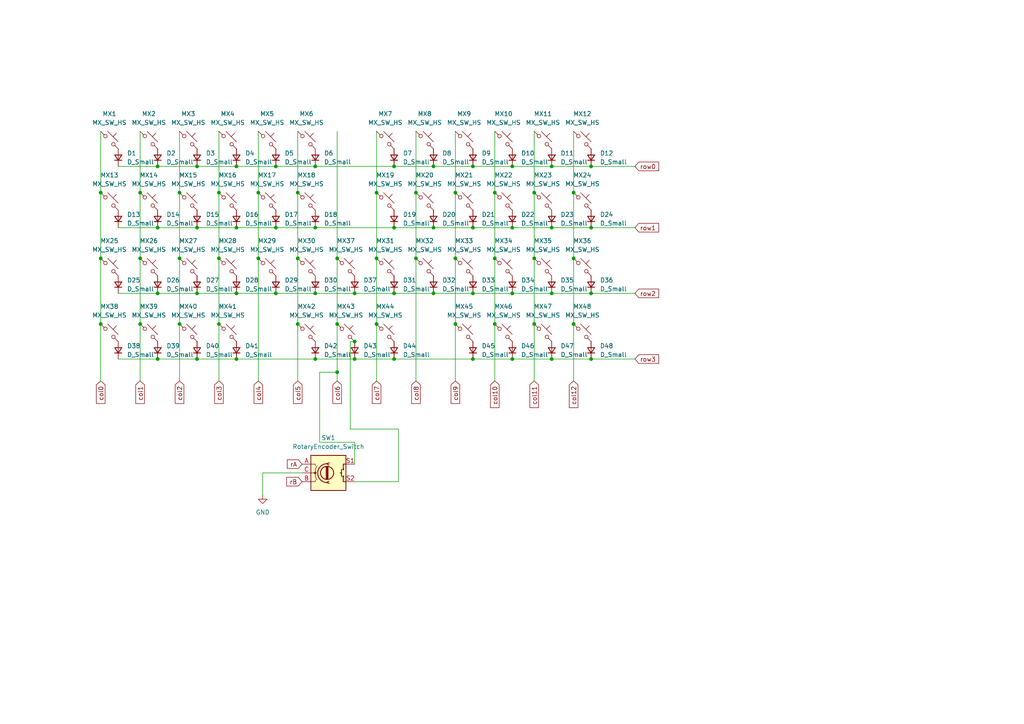
<source format=kicad_sch>
(kicad_sch (version 20231120) (generator "eeschema") (generator_version "8.0")
  (paper "A4")
  (lib_symbols
    (symbol "Device:D_Small" (pin_numbers hide) (pin_names (offset 0.254) hide)
      (property "Reference" "D" (at -1.27 2.032 0))
      (property "Value" "D_Small" (at -3.81 -2.032 0))
      (symbol "D_Small_0_1"
        (polyline (pts (xy -0.762 -1.016) (xy -0.762 1.016)) (stroke (width 0.254)))
        (polyline (pts (xy -0.762 0) (xy 0.762 0)))
        (polyline (pts (xy 0.762 -1.016) (xy -0.762 0) (xy 0.762 1.016) (xy 0.762 -1.016)) (stroke (width 0.254)))
      )
      (symbol "D_Small_1_1"
        (pin passive line (at -2.54 0 0) (length 1.778) (name "K") (number "1"))
        (pin passive line (at 2.54 0 180) (length 1.778) (name "A") (number "2"))
      )
    )
    (symbol "Device:RotaryEncoder_Switch" (pin_names (offset 0.254) hide)
      (property "Reference" "SW" (at 0 6.604 0))
      (property "Value" "RotaryEncoder_Switch" (at 0 -6.604 0))
      (symbol "RotaryEncoder_Switch_0_1"
        (rectangle (start -5.08 5.08) (end 5.08 -5.08) (stroke (width 0.254)) (fill (type background)))
        (circle (center -3.81 0) (radius 0.254) (fill (type outline)))
        (circle (center -0.381 0) (radius 1.905) (stroke (width 0.254)))
        (arc (start -0.381 2.667) (mid -3.0988 -0.0635) (end -0.381 -2.794) (stroke (width 0.254)))
        (polyline (pts (xy -0.635 -1.778) (xy -0.635 1.778)) (stroke (width 0.254)))
        (polyline (pts (xy -0.381 -1.778) (xy -0.381 1.778)) (stroke (width 0.254)))
        (polyline (pts (xy -0.127 1.778) (xy -0.127 -1.778)) (stroke (width 0.254)))
        (polyline (pts (xy 3.81 0) (xy 3.429 0)) (stroke (width 0.254)))
        (polyline (pts (xy 3.81 1.016) (xy 3.81 -1.016)) (stroke (width 0.254)))
        (polyline (pts (xy -5.08 -2.54) (xy -3.81 -2.54) (xy -3.81 -2.032)))
        (polyline (pts (xy -5.08 2.54) (xy -3.81 2.54) (xy -3.81 2.032)))
        (polyline (pts (xy 0.254 -3.048) (xy -0.508 -2.794) (xy 0.127 -2.413)) (stroke (width 0.254)))
        (polyline (pts (xy 0.254 2.921) (xy -0.508 2.667) (xy 0.127 2.286)) (stroke (width 0.254)))
        (polyline (pts (xy 5.08 -2.54) (xy 4.318 -2.54) (xy 4.318 -1.016)) (stroke (width 0.254)))
        (polyline (pts (xy 5.08 2.54) (xy 4.318 2.54) (xy 4.318 1.016)) (stroke (width 0.254)))
        (polyline (pts (xy -5.08 0) (xy -3.81 0) (xy -3.81 -1.016) (xy -3.302 -2.032)))
        (polyline (pts (xy -4.318 0) (xy -3.81 0) (xy -3.81 1.016) (xy -3.302 2.032)))
        (circle (center 4.318 -1.016) (radius 0.127) (stroke (width 0.254)))
        (circle (center 4.318 1.016) (radius 0.127) (stroke (width 0.254)))
      )
      (symbol "RotaryEncoder_Switch_1_1"
        (pin passive line (at -7.62 2.54 0) (length 2.54) (name "A") (number "A"))
        (pin passive line (at -7.62 -2.54 0) (length 2.54) (name "B") (number "B"))
        (pin passive line (at -7.62 0 0) (length 2.54) (name "C") (number "C"))
        (pin passive line (at 7.62 2.54 180) (length 2.54) (name "S1") (number "S1"))
        (pin passive line (at 7.62 -2.54 180) (length 2.54) (name "S2") (number "S2"))
      )
    )
    (symbol "marbastlib-mx:MX_SW_HS_KS-2P02B01-01" (pin_numbers hide) (pin_names (offset 1.016) hide)
      (property "Reference" "MX" (at 3.048 1.016 0))
      (property "Value" "MX_SW_HS" (at 0 -3.81 0))
      (symbol "MX_SW_HS_KS-2P02B01-01_0_1"
        (circle (center -1.1684 1.1684) (radius 0.508))
        (polyline (pts (xy -0.508 2.54) (xy 2.54 -0.508)))
        (polyline (pts (xy 1.016 1.016) (xy 2.032 2.032)))
        (polyline (pts (xy -2.54 2.54) (xy -1.524 1.524) (xy -1.524 1.524)))
        (polyline (pts (xy 1.524 -1.524) (xy 2.54 -2.54) (xy 2.54 -2.54) (xy 2.54 -2.54)))
        (circle (center 1.143 -1.1938) (radius 0.508))
        (pin passive line (at -2.54 2.54 0) (length 0) (name "1") (number "1"))
        (pin passive line (at 2.54 -2.54 180) (length 0) (name "2") (number "2"))
      )
    )
    (symbol "power:GND" (power) (pin_numbers hide) (pin_names (offset 0) hide)
      (property "Value" "GND" (at 0 -3.81 0))
      (symbol "GND_0_1"
        (polyline (pts (xy 0 0) (xy 0 -1.27) (xy 1.27 -1.27) (xy 0 -2.54) (xy -1.27 -1.27) (xy 0 -1.27)))
      )
      (symbol "GND_1_1"
        (pin power_in line (at 0 0 270) (length 0) (name "~") (number "1"))
      )
    )
  )
  (junction (at 40.64 74.93))
  (junction (at 143.51 55.88))
  (junction (at 63.5 74.93))
  (junction (at 125.73 66.04))
  (junction (at 86.36 93.98))
  (junction (at 29.21 55.88))
  (junction (at 52.07 74.93))
  (junction (at 91.44 66.04))
  (junction (at 143.51 74.93))
  (junction (at 120.65 74.93))
  (junction (at 137.16 104.14))
  (junction (at 40.64 55.88))
  (junction (at 132.08 55.88))
  (junction (at 57.15 104.14))
  (junction (at 86.36 74.93))
  (junction (at 160.02 48.26))
  (junction (at 97.79 107.95))
  (junction (at 154.94 93.98))
  (junction (at 109.22 74.93))
  (junction (at 91.44 48.26))
  (junction (at 91.44 85.09))
  (junction (at 171.45 66.04))
  (junction (at 74.93 55.88))
  (junction (at 63.5 93.98))
  (junction (at 45.72 66.04))
  (junction (at 68.58 66.04))
  (junction (at 57.15 48.26))
  (junction (at 166.37 93.98))
  (junction (at 52.07 93.98))
  (junction (at 45.72 48.26))
  (junction (at 80.01 85.09))
  (junction (at 132.08 93.98))
  (junction (at 120.65 55.88))
  (junction (at 63.5 55.88))
  (junction (at 68.58 104.14))
  (junction (at 114.3 85.09))
  (junction (at 114.3 104.14))
  (junction (at 148.59 48.26))
  (junction (at 171.45 85.09))
  (junction (at 45.72 85.09))
  (junction (at 102.87 85.09))
  (junction (at 160.02 85.09))
  (junction (at 171.45 104.14))
  (junction (at 143.51 93.98))
  (junction (at 29.21 93.98))
  (junction (at 80.01 66.04))
  (junction (at 68.58 85.09))
  (junction (at 109.22 55.88))
  (junction (at 166.37 55.88))
  (junction (at 137.16 66.04))
  (junction (at 148.59 66.04))
  (junction (at 68.58 48.26))
  (junction (at 154.94 74.93))
  (junction (at 148.59 85.09))
  (junction (at 29.21 74.93))
  (junction (at 91.44 104.14))
  (junction (at 97.79 93.98))
  (junction (at 125.73 48.26))
  (junction (at 125.73 85.09))
  (junction (at 52.07 55.88))
  (junction (at 166.37 74.93))
  (junction (at 80.01 48.26))
  (junction (at 40.64 93.98))
  (junction (at 74.93 74.93))
  (junction (at 86.36 55.88))
  (junction (at 114.3 48.26))
  (junction (at 132.08 74.93))
  (junction (at 109.22 93.98))
  (junction (at 160.02 66.04))
  (junction (at 57.15 66.04))
  (junction (at 45.72 104.14))
  (junction (at 57.15 85.09))
  (junction (at 171.45 48.26))
  (junction (at 148.59 104.14))
  (junction (at 160.02 104.14))
  (junction (at 102.87 104.14))
  (junction (at 102.87 99.06))
  (junction (at 97.79 74.93))
  (junction (at 114.3 66.04))
  (junction (at 137.16 48.26))
  (junction (at 137.16 85.09))
  (junction (at 154.94 55.88))
  (wire (pts (xy 34.29 66.04) (xy 45.72 66.04)))
  (wire (pts (xy 109.22 74.93) (xy 109.22 93.98)))
  (wire (pts (xy 29.21 93.98) (xy 29.21 110.49)))
  (wire (pts (xy 40.64 93.98) (xy 40.64 110.49)))
  (wire (pts (xy 52.07 74.93) (xy 52.07 93.98)))
  (wire (pts (xy 74.93 55.88) (xy 74.93 74.93)))
  (wire (pts (xy 91.44 48.26) (xy 114.3 48.26)))
  (wire (pts (xy 63.5 93.98) (xy 63.5 110.49)))
  (wire (pts (xy 114.3 66.04) (xy 125.73 66.04)))
  (wire (pts (xy 120.65 55.88) (xy 120.65 74.93)))
  (wire (pts (xy 34.29 104.14) (xy 45.72 104.14)))
  (wire (pts (xy 120.65 38.1) (xy 120.65 55.88)))
  (wire (pts (xy 137.16 104.14) (xy 148.59 104.14)))
  (wire (pts (xy 114.3 48.26) (xy 125.73 48.26)))
  (wire (pts (xy 74.93 74.93) (xy 74.93 110.49)))
  (wire (pts (xy 74.93 38.1) (xy 74.93 55.88)))
  (wire (pts (xy 101.6 99.06) (xy 102.87 99.06)))
  (wire (pts (xy 132.08 74.93) (xy 132.08 93.98)))
  (wire (pts (xy 34.29 48.26) (xy 45.72 48.26)))
  (wire (pts (xy 154.94 74.93) (xy 154.94 93.98)))
  (wire (pts (xy 86.36 38.1) (xy 86.36 55.88)))
  (wire (pts (xy 166.37 93.98) (xy 166.37 110.49)))
  (wire (pts (xy 171.45 85.09) (xy 184.15 85.09)))
  (wire (pts (xy 160.02 85.09) (xy 171.45 85.09)))
  (wire (pts (xy 76.2 137.16) (xy 76.2 143.51)))
  (wire (pts (xy 45.72 66.04) (xy 57.15 66.04)))
  (wire (pts (xy 34.29 85.09) (xy 45.72 85.09)))
  (wire (pts (xy 97.79 38.1) (xy 97.79 74.93)))
  (wire (pts (xy 80.01 85.09) (xy 91.44 85.09)))
  (wire (pts (xy 120.65 74.93) (xy 120.65 110.49)))
  (wire (pts (xy 97.79 74.93) (xy 97.79 93.98)))
  (wire (pts (xy 143.51 38.1) (xy 143.51 55.88)))
  (wire (pts (xy 97.79 93.98) (xy 97.79 107.95)))
  (wire (pts (xy 160.02 104.14) (xy 171.45 104.14)))
  (wire (pts (xy 68.58 66.04) (xy 80.01 66.04)))
  (wire (pts (xy 171.45 66.04) (xy 184.15 66.04)))
  (wire (pts (xy 63.5 38.1) (xy 63.5 55.88)))
  (wire (pts (xy 57.15 104.14) (xy 68.58 104.14)))
  (wire (pts (xy 166.37 55.88) (xy 166.37 74.93)))
  (wire (pts (xy 92.71 128.27) (xy 92.71 107.95)))
  (wire (pts (xy 57.15 66.04) (xy 68.58 66.04)))
  (wire (pts (xy 86.36 74.93) (xy 86.36 93.98)))
  (wire (pts (xy 160.02 48.26) (xy 171.45 48.26)))
  (wire (pts (xy 29.21 74.93) (xy 29.21 93.98)))
  (wire (pts (xy 102.87 104.14) (xy 114.3 104.14)))
  (wire (pts (xy 68.58 85.09) (xy 80.01 85.09)))
  (wire (pts (xy 102.87 128.27) (xy 92.71 128.27)))
  (wire (pts (xy 154.94 55.88) (xy 154.94 74.93)))
  (wire (pts (xy 80.01 48.26) (xy 91.44 48.26)))
  (wire (pts (xy 80.01 66.04) (xy 91.44 66.04)))
  (wire (pts (xy 171.45 104.14) (xy 184.15 104.14)))
  (wire (pts (xy 101.6 99.06) (xy 101.6 124.46)))
  (wire (pts (xy 148.59 48.26) (xy 160.02 48.26)))
  (wire (pts (xy 57.15 85.09) (xy 68.58 85.09)))
  (wire (pts (xy 86.36 55.88) (xy 86.36 74.93)))
  (wire (pts (xy 115.57 124.46) (xy 115.57 139.7)))
  (wire (pts (xy 143.51 55.88) (xy 143.51 74.93)))
  (wire (pts (xy 45.72 104.14) (xy 57.15 104.14)))
  (wire (pts (xy 109.22 38.1) (xy 109.22 55.88)))
  (wire (pts (xy 132.08 38.1) (xy 132.08 55.88)))
  (wire (pts (xy 148.59 104.14) (xy 160.02 104.14)))
  (wire (pts (xy 101.6 124.46) (xy 115.57 124.46)))
  (wire (pts (xy 29.21 55.88) (xy 29.21 74.93)))
  (wire (pts (xy 125.73 85.09) (xy 137.16 85.09)))
  (wire (pts (xy 148.59 85.09) (xy 160.02 85.09)))
  (wire (pts (xy 52.07 93.98) (xy 52.07 110.49)))
  (wire (pts (xy 57.15 48.26) (xy 68.58 48.26)))
  (wire (pts (xy 40.64 74.93) (xy 40.64 93.98)))
  (wire (pts (xy 45.72 85.09) (xy 57.15 85.09)))
  (wire (pts (xy 45.72 48.26) (xy 57.15 48.26)))
  (wire (pts (xy 40.64 38.1) (xy 40.64 55.88)))
  (wire (pts (xy 132.08 55.88) (xy 132.08 74.93)))
  (wire (pts (xy 143.51 93.98) (xy 143.51 110.49)))
  (wire (pts (xy 91.44 104.14) (xy 102.87 104.14)))
  (wire (pts (xy 160.02 66.04) (xy 171.45 66.04)))
  (wire (pts (xy 68.58 48.26) (xy 80.01 48.26)))
  (wire (pts (xy 109.22 93.98) (xy 109.22 110.49)))
  (wire (pts (xy 148.59 66.04) (xy 160.02 66.04)))
  (wire (pts (xy 52.07 38.1) (xy 52.07 55.88)))
  (wire (pts (xy 125.73 48.26) (xy 137.16 48.26)))
  (wire (pts (xy 115.57 139.7) (xy 102.87 139.7)))
  (wire (pts (xy 91.44 85.09) (xy 102.87 85.09)))
  (wire (pts (xy 137.16 85.09) (xy 148.59 85.09)))
  (wire (pts (xy 132.08 93.98) (xy 132.08 110.49)))
  (wire (pts (xy 137.16 66.04) (xy 148.59 66.04)))
  (wire (pts (xy 154.94 93.98) (xy 154.94 110.49)))
  (wire (pts (xy 137.16 48.26) (xy 148.59 48.26)))
  (wire (pts (xy 143.51 74.93) (xy 143.51 93.98)))
  (wire (pts (xy 29.21 38.1) (xy 29.21 55.88)))
  (wire (pts (xy 154.94 38.1) (xy 154.94 55.88)))
  (wire (pts (xy 52.07 55.88) (xy 52.07 74.93)))
  (wire (pts (xy 171.45 48.26) (xy 184.15 48.26)))
  (wire (pts (xy 166.37 74.93) (xy 166.37 93.98)))
  (wire (pts (xy 102.87 85.09) (xy 114.3 85.09)))
  (wire (pts (xy 68.58 104.14) (xy 91.44 104.14)))
  (wire (pts (xy 86.36 93.98) (xy 86.36 110.49)))
  (wire (pts (xy 40.64 55.88) (xy 40.64 74.93)))
  (wire (pts (xy 114.3 85.09) (xy 125.73 85.09)))
  (wire (pts (xy 87.63 137.16) (xy 76.2 137.16)))
  (wire (pts (xy 109.22 55.88) (xy 109.22 74.93)))
  (wire (pts (xy 102.87 134.62) (xy 102.87 128.27)))
  (wire (pts (xy 114.3 104.14) (xy 137.16 104.14)))
  (wire (pts (xy 166.37 38.1) (xy 166.37 55.88)))
  (wire (pts (xy 97.79 107.95) (xy 97.79 110.49)))
  (wire (pts (xy 125.73 66.04) (xy 137.16 66.04)))
  (wire (pts (xy 91.44 66.04) (xy 114.3 66.04)))
  (wire (pts (xy 63.5 74.93) (xy 63.5 93.98)))
  (wire (pts (xy 63.5 55.88) (xy 63.5 74.93)))
  (wire (pts (xy 92.71 107.95) (xy 97.79 107.95)))
  (global_label "col0" (shape input) (at 29.21 110.49 270) (property "Intersheetrefs" "${INTERSHEET_REFS}" (effects (hide yes))))
  (global_label "row1" (shape input) (at 184.15 66.04 0) (property "Intersheetrefs" "${INTERSHEET_REFS}" (effects (hide yes))))
  (global_label "rA" (shape input) (at 87.63 134.62 180) (property "Intersheetrefs" "${INTERSHEET_REFS}" (effects (hide yes))))
  (global_label "col8" (shape input) (at 120.65 110.49 270) (property "Intersheetrefs" "${INTERSHEET_REFS}" (effects (hide yes))))
  (global_label "col5" (shape input) (at 86.36 110.49 270) (property "Intersheetrefs" "${INTERSHEET_REFS}" (effects (hide yes))))
  (global_label "col1" (shape input) (at 40.64 110.49 270) (property "Intersheetrefs" "${INTERSHEET_REFS}" (effects (hide yes))))
  (global_label "col7" (shape input) (at 109.22 110.49 270) (property "Intersheetrefs" "${INTERSHEET_REFS}" (effects (hide yes))))
  (global_label "col4" (shape input) (at 74.93 110.49 270) (property "Intersheetrefs" "${INTERSHEET_REFS}" (effects (hide yes))))
  (global_label "col11" (shape input) (at 154.94 110.49 270) (property "Intersheetrefs" "${INTERSHEET_REFS}" (effects (hide yes))))
  (global_label "row2" (shape input) (at 184.15 85.09 0) (property "Intersheetrefs" "${INTERSHEET_REFS}" (effects (hide yes))))
  (global_label "col3" (shape input) (at 63.5 110.49 270) (property "Intersheetrefs" "${INTERSHEET_REFS}" (effects (hide yes))))
  (global_label "row3" (shape input) (at 184.15 104.14 0) (property "Intersheetrefs" "${INTERSHEET_REFS}" (effects (hide yes))))
  (global_label "rB" (shape input) (at 87.63 139.7 180) (property "Intersheetrefs" "${INTERSHEET_REFS}" (effects (hide yes))))
  (global_label "col2" (shape input) (at 52.07 110.49 270) (property "Intersheetrefs" "${INTERSHEET_REFS}" (effects (hide yes))))
  (global_label "col10" (shape input) (at 143.51 110.49 270) (property "Intersheetrefs" "${INTERSHEET_REFS}" (effects (hide yes))))
  (global_label "col12" (shape input) (at 166.37 110.49 270) (property "Intersheetrefs" "${INTERSHEET_REFS}" (effects (hide yes))))
  (global_label "col6" (shape input) (at 97.79 110.49 270) (property "Intersheetrefs" "${INTERSHEET_REFS}" (effects (hide yes))))
  (global_label "row0" (shape input) (at 184.15 48.26 0) (property "Intersheetrefs" "${INTERSHEET_REFS}" (effects (hide yes))))
  (global_label "col9" (shape input) (at 132.08 110.49 270) (property "Intersheetrefs" "${INTERSHEET_REFS}" (effects (hide yes))))
  (symbol (lib_id "marbastlib-mx:MX_SW_HS_KS-2P02B01-01") (at 43.18 40.64 0) (unit 1)
    (property "Reference" "MX2" (at 43.18 33.02 0))
    (property "Value" "MX_SW_HS" (at 43.18 35.56 0))
    (property "Footprint" "marbastlib-mx:SW_MX_HS_CPG151101S11_1u" (effects (hide yes)))
    (property "Description" "Push button switch, normally open, two pins, 45° tilted, Gateron KS-2P02B01-01 for Cherry MX style switches" (effects (hide yes)))
  )
  (symbol (lib_id "marbastlib-mx:MX_SW_HS_KS-2P02B01-01") (at 77.47 77.47 0) (unit 1)
    (property "Reference" "MX29" (at 77.47 69.85 0))
    (property "Value" "MX_SW_HS" (at 77.47 72.39 0))
    (property "Footprint" "marbastlib-mx:SW_MX_HS_CPG151101S11_1u" (effects (hide yes)))
    (property "Description" "Push button switch, normally open, two pins, 45° tilted, Gateron KS-2P02B01-01 for Cherry MX style switches" (effects (hide yes)))
  )
  (symbol (lib_id "marbastlib-mx:MX_SW_HS_KS-2P02B01-01") (at 54.61 40.64 0) (unit 1)
    (property "Reference" "MX3" (at 54.61 33.02 0))
    (property "Value" "MX_SW_HS" (at 54.61 35.56 0))
    (property "Footprint" "marbastlib-mx:SW_MX_HS_CPG151101S11_1u" (effects (hide yes)))
    (property "Description" "Push button switch, normally open, two pins, 45° tilted, Gateron KS-2P02B01-01 for Cherry MX style switches" (effects (hide yes)))
  )
  (symbol (lib_id "Device:D_Small") (at 57.15 82.55 90) (unit 1)
    (property "Reference" "D27" (at 59.69 81.2799 90) (effects (justify right)))
    (property "Value" "D_Small" (at 59.69 83.8199 90) (effects (justify right)))
    (property "Footprint" "Diode_SMD:D_SOD-323" (effects (hide yes)))
    (property "Description" "Diode, small symbol" (effects (hide yes)))
    (property "Sim.Device" "D" (effects (hide yes)))
    (property "Sim.Pins" "1=K 2=A" (effects (hide yes)))
  )
  (symbol (lib_id "marbastlib-mx:MX_SW_HS_KS-2P02B01-01") (at 146.05 40.64 0) (unit 1)
    (property "Reference" "MX10" (at 146.05 33.02 0))
    (property "Value" "MX_SW_HS" (at 146.05 35.56 0))
    (property "Footprint" "marbastlib-mx:SW_MX_HS_CPG151101S11_1u" (effects (hide yes)))
    (property "Description" "Push button switch, normally open, two pins, 45° tilted, Gateron KS-2P02B01-01 for Cherry MX style switches" (effects (hide yes)))
  )
  (symbol (lib_id "Device:D_Small") (at 80.01 63.5 90) (unit 1)
    (property "Reference" "D17" (at 82.55 62.2299 90) (effects (justify right)))
    (property "Value" "D_Small" (at 82.55 64.7699 90) (effects (justify right)))
    (property "Footprint" "Diode_SMD:D_SOD-323" (effects (hide yes)))
    (property "Description" "Diode, small symbol" (effects (hide yes)))
    (property "Sim.Device" "D" (effects (hide yes)))
    (property "Sim.Pins" "1=K 2=A" (effects (hide yes)))
  )
  (symbol (lib_id "Device:D_Small") (at 45.72 63.5 90) (unit 1)
    (property "Reference" "D14" (at 48.26 62.2299 90) (effects (justify right)))
    (property "Value" "D_Small" (at 48.26 64.7699 90) (effects (justify right)))
    (property "Footprint" "Diode_SMD:D_SOD-323" (effects (hide yes)))
    (property "Description" "Diode, small symbol" (effects (hide yes)))
    (property "Sim.Device" "D" (effects (hide yes)))
    (property "Sim.Pins" "1=K 2=A" (effects (hide yes)))
  )
  (symbol (lib_id "marbastlib-mx:MX_SW_HS_KS-2P02B01-01") (at 123.19 58.42 0) (unit 1)
    (property "Reference" "MX20" (at 123.19 50.8 0))
    (property "Value" "MX_SW_HS" (at 123.19 53.34 0))
    (property "Footprint" "marbastlib-mx:SW_MX_HS_CPG151101S11_1u" (effects (hide yes)))
    (property "Description" "Push button switch, normally open, two pins, 45° tilted, Gateron KS-2P02B01-01 for Cherry MX style switches" (effects (hide yes)))
  )
  (symbol (lib_id "marbastlib-mx:MX_SW_HS_KS-2P02B01-01") (at 111.76 77.47 0) (unit 1)
    (property "Reference" "MX31" (at 111.76 69.85 0))
    (property "Value" "MX_SW_HS" (at 111.76 72.39 0))
    (property "Footprint" "marbastlib-mx:SW_MX_HS_CPG151101S11_1u" (effects (hide yes)))
    (property "Description" "Push button switch, normally open, two pins, 45° tilted, Gateron KS-2P02B01-01 for Cherry MX style switches" (effects (hide yes)))
  )
  (symbol (lib_id "marbastlib-mx:MX_SW_HS_KS-2P02B01-01") (at 77.47 40.64 0) (unit 1)
    (property "Reference" "MX5" (at 77.47 33.02 0))
    (property "Value" "MX_SW_HS" (at 77.47 35.56 0))
    (property "Footprint" "marbastlib-mx:SW_MX_HS_CPG151101S11_1u" (effects (hide yes)))
    (property "Description" "Push button switch, normally open, two pins, 45° tilted, Gateron KS-2P02B01-01 for Cherry MX style switches" (effects (hide yes)))
  )
  (symbol (lib_id "Device:D_Small") (at 91.44 101.6 90) (unit 1)
    (property "Reference" "D42" (at 93.98 100.3299 90) (effects (justify right)))
    (property "Value" "D_Small" (at 93.98 102.8699 90) (effects (justify right)))
    (property "Footprint" "Diode_SMD:D_SOD-323" (effects (hide yes)))
    (property "Description" "Diode, small symbol" (effects (hide yes)))
    (property "Sim.Device" "D" (effects (hide yes)))
    (property "Sim.Pins" "1=K 2=A" (effects (hide yes)))
  )
  (symbol (lib_id "Device:D_Small") (at 171.45 45.72 90) (unit 1)
    (property "Reference" "D12" (at 173.99 44.4499 90) (effects (justify right)))
    (property "Value" "D_Small" (at 173.99 46.9899 90) (effects (justify right)))
    (property "Footprint" "Diode_SMD:D_SOD-323" (effects (hide yes)))
    (property "Description" "Diode, small symbol" (effects (hide yes)))
    (property "Sim.Device" "D" (effects (hide yes)))
    (property "Sim.Pins" "1=K 2=A" (effects (hide yes)))
  )
  (symbol (lib_id "marbastlib-mx:MX_SW_HS_KS-2P02B01-01") (at 66.04 96.52 0) (unit 1)
    (property "Reference" "MX41" (at 66.04 88.9 0))
    (property "Value" "MX_SW_HS" (at 66.04 91.44 0))
    (property "Footprint" "marbastlib-mx:SW_MX_HS_CPG151101S11_1u" (effects (hide yes)))
    (property "Description" "Push button switch, normally open, two pins, 45° tilted, Gateron KS-2P02B01-01 for Cherry MX style switches" (effects (hide yes)))
  )
  (symbol (lib_id "marbastlib-mx:MX_SW_HS_KS-2P02B01-01") (at 100.33 77.47 0) (unit 1)
    (property "Reference" "MX37" (at 100.33 69.85 0))
    (property "Value" "MX_SW_HS" (at 100.33 72.39 0))
    (property "Footprint" "marbastlib-mx:SW_MX_HS_CPG151101S11_1u" (effects (hide yes)))
    (property "Description" "Push button switch, normally open, two pins, 45° tilted, Gateron KS-2P02B01-01 for Cherry MX style switches" (effects (hide yes)))
  )
  (symbol (lib_id "marbastlib-mx:MX_SW_HS_KS-2P02B01-01") (at 123.19 77.47 0) (unit 1)
    (property "Reference" "MX32" (at 123.19 69.85 0))
    (property "Value" "MX_SW_HS" (at 123.19 72.39 0))
    (property "Footprint" "marbastlib-mx:SW_MX_HS_CPG151101S11_1u" (effects (hide yes)))
    (property "Description" "Push button switch, normally open, two pins, 45° tilted, Gateron KS-2P02B01-01 for Cherry MX style switches" (effects (hide yes)))
  )
  (symbol (lib_id "marbastlib-mx:MX_SW_HS_KS-2P02B01-01") (at 66.04 40.64 0) (unit 1)
    (property "Reference" "MX4" (at 66.04 33.02 0))
    (property "Value" "MX_SW_HS" (at 66.04 35.56 0))
    (property "Footprint" "marbastlib-mx:SW_MX_HS_CPG151101S11_1u" (effects (hide yes)))
    (property "Description" "Push button switch, normally open, two pins, 45° tilted, Gateron KS-2P02B01-01 for Cherry MX style switches" (effects (hide yes)))
  )
  (symbol (lib_id "marbastlib-mx:MX_SW_HS_KS-2P02B01-01") (at 134.62 58.42 0) (unit 1)
    (property "Reference" "MX21" (at 134.62 50.8 0))
    (property "Value" "MX_SW_HS" (at 134.62 53.34 0))
    (property "Footprint" "marbastlib-mx:SW_MX_HS_CPG151101S11_1u" (effects (hide yes)))
    (property "Description" "Push button switch, normally open, two pins, 45° tilted, Gateron KS-2P02B01-01 for Cherry MX style switches" (effects (hide yes)))
  )
  (symbol (lib_id "Device:D_Small") (at 45.72 45.72 90) (unit 1)
    (property "Reference" "D2" (at 48.26 44.4499 90) (effects (justify right)))
    (property "Value" "D_Small" (at 48.26 46.9899 90) (effects (justify right)))
    (property "Footprint" "Diode_SMD:D_SOD-323" (effects (hide yes)))
    (property "Description" "Diode, small symbol" (effects (hide yes)))
    (property "Sim.Device" "D" (effects (hide yes)))
    (property "Sim.Pins" "1=K 2=A" (effects (hide yes)))
  )
  (symbol (lib_id "Device:D_Small") (at 57.15 101.6 90) (unit 1)
    (property "Reference" "D40" (at 59.69 100.3299 90) (effects (justify right)))
    (property "Value" "D_Small" (at 59.69 102.8699 90) (effects (justify right)))
    (property "Footprint" "Diode_SMD:D_SOD-323" (effects (hide yes)))
    (property "Description" "Diode, small symbol" (effects (hide yes)))
    (property "Sim.Device" "D" (effects (hide yes)))
    (property "Sim.Pins" "1=K 2=A" (effects (hide yes)))
  )
  (symbol (lib_id "Device:D_Small") (at 137.16 82.55 90) (unit 1)
    (property "Reference" "D33" (at 139.7 81.2799 90) (effects (justify right)))
    (property "Value" "D_Small" (at 139.7 83.8199 90) (effects (justify right)))
    (property "Footprint" "Diode_SMD:D_SOD-323" (effects (hide yes)))
    (property "Description" "Diode, small symbol" (effects (hide yes)))
    (property "Sim.Device" "D" (effects (hide yes)))
    (property "Sim.Pins" "1=K 2=A" (effects (hide yes)))
  )
  (symbol (lib_id "Device:D_Small") (at 34.29 82.55 90) (unit 1)
    (property "Reference" "D25" (at 36.83 81.2799 90) (effects (justify right)))
    (property "Value" "D_Small" (at 36.83 83.8199 90) (effects (justify right)))
    (property "Footprint" "Diode_SMD:D_SOD-323" (effects (hide yes)))
    (property "Description" "Diode, small symbol" (effects (hide yes)))
    (property "Sim.Device" "D" (effects (hide yes)))
    (property "Sim.Pins" "1=K 2=A" (effects (hide yes)))
  )
  (symbol (lib_id "Device:D_Small") (at 80.01 82.55 90) (unit 1)
    (property "Reference" "D29" (at 82.55 81.2799 90) (effects (justify right)))
    (property "Value" "D_Small" (at 82.55 83.8199 90) (effects (justify right)))
    (property "Footprint" "Diode_SMD:D_SOD-323" (effects (hide yes)))
    (property "Description" "Diode, small symbol" (effects (hide yes)))
    (property "Sim.Device" "D" (effects (hide yes)))
    (property "Sim.Pins" "1=K 2=A" (effects (hide yes)))
  )
  (symbol (lib_id "Device:D_Small") (at 148.59 63.5 90) (unit 1)
    (property "Reference" "D22" (at 151.13 62.2299 90) (effects (justify right)))
    (property "Value" "D_Small" (at 151.13 64.7699 90) (effects (justify right)))
    (property "Footprint" "Diode_SMD:D_SOD-323" (effects (hide yes)))
    (property "Description" "Diode, small symbol" (effects (hide yes)))
    (property "Sim.Device" "D" (effects (hide yes)))
    (property "Sim.Pins" "1=K 2=A" (effects (hide yes)))
  )
  (symbol (lib_id "marbastlib-mx:MX_SW_HS_KS-2P02B01-01") (at 168.91 77.47 0) (unit 1)
    (property "Reference" "MX36" (at 168.91 69.85 0))
    (property "Value" "MX_SW_HS" (at 168.91 72.39 0))
    (property "Footprint" "marbastlib-mx:SW_MX_HS_CPG151101S11_1u" (effects (hide yes)))
    (property "Description" "Push button switch, normally open, two pins, 45° tilted, Gateron KS-2P02B01-01 for Cherry MX style switches" (effects (hide yes)))
  )
  (symbol (lib_id "marbastlib-mx:MX_SW_HS_KS-2P02B01-01") (at 134.62 40.64 0) (unit 1)
    (property "Reference" "MX9" (at 134.62 33.02 0))
    (property "Value" "MX_SW_HS" (at 134.62 35.56 0))
    (property "Footprint" "marbastlib-mx:SW_MX_HS_CPG151101S11_1u" (effects (hide yes)))
    (property "Description" "Push button switch, normally open, two pins, 45° tilted, Gateron KS-2P02B01-01 for Cherry MX style switches" (effects (hide yes)))
  )
  (symbol (lib_id "Device:D_Small") (at 57.15 63.5 90) (unit 1)
    (property "Reference" "D15" (at 59.69 62.2299 90) (effects (justify right)))
    (property "Value" "D_Small" (at 59.69 64.7699 90) (effects (justify right)))
    (property "Footprint" "Diode_SMD:D_SOD-323" (effects (hide yes)))
    (property "Description" "Diode, small symbol" (effects (hide yes)))
    (property "Sim.Device" "D" (effects (hide yes)))
    (property "Sim.Pins" "1=K 2=A" (effects (hide yes)))
  )
  (symbol (lib_id "marbastlib-mx:MX_SW_HS_KS-2P02B01-01") (at 168.91 96.52 0) (unit 1)
    (property "Reference" "MX48" (at 168.91 88.9 0))
    (property "Value" "MX_SW_HS" (at 168.91 91.44 0))
    (property "Footprint" "marbastlib-mx:SW_MX_HS_CPG151101S11_1u" (effects (hide yes)))
    (property "Description" "Push button switch, normally open, two pins, 45° tilted, Gateron KS-2P02B01-01 for Cherry MX style switches" (effects (hide yes)))
  )
  (symbol (lib_id "marbastlib-mx:MX_SW_HS_KS-2P02B01-01") (at 54.61 96.52 0) (unit 1)
    (property "Reference" "MX40" (at 54.61 88.9 0))
    (property "Value" "MX_SW_HS" (at 54.61 91.44 0))
    (property "Footprint" "marbastlib-mx:SW_MX_HS_CPG151101S11_1u" (effects (hide yes)))
    (property "Description" "Push button switch, normally open, two pins, 45° tilted, Gateron KS-2P02B01-01 for Cherry MX style switches" (effects (hide yes)))
  )
  (symbol (lib_id "marbastlib-mx:MX_SW_HS_KS-2P02B01-01") (at 31.75 77.47 0) (unit 1)
    (property "Reference" "MX25" (at 31.75 69.85 0))
    (property "Value" "MX_SW_HS" (at 31.75 72.39 0))
    (property "Footprint" "marbastlib-mx:SW_MX_HS_CPG151101S11_1u" (effects (hide yes)))
    (property "Description" "Push button switch, normally open, two pins, 45° tilted, Gateron KS-2P02B01-01 for Cherry MX style switches" (effects (hide yes)))
  )
  (symbol (lib_id "marbastlib-mx:MX_SW_HS_KS-2P02B01-01") (at 123.19 40.64 0) (unit 1)
    (property "Reference" "MX8" (at 123.19 33.02 0))
    (property "Value" "MX_SW_HS" (at 123.19 35.56 0))
    (property "Footprint" "marbastlib-mx:SW_MX_HS_CPG151101S11_1u" (effects (hide yes)))
    (property "Description" "Push button switch, normally open, two pins, 45° tilted, Gateron KS-2P02B01-01 for Cherry MX style switches" (effects (hide yes)))
  )
  (symbol (lib_id "Device:D_Small") (at 91.44 82.55 90) (unit 1)
    (property "Reference" "D30" (at 93.98 81.2799 90) (effects (justify right)))
    (property "Value" "D_Small" (at 93.98 83.8199 90) (effects (justify right)))
    (property "Footprint" "Diode_SMD:D_SOD-323" (effects (hide yes)))
    (property "Description" "Diode, small symbol" (effects (hide yes)))
    (property "Sim.Device" "D" (effects (hide yes)))
    (property "Sim.Pins" "1=K 2=A" (effects (hide yes)))
  )
  (symbol (lib_id "Device:D_Small") (at 57.15 45.72 90) (unit 1)
    (property "Reference" "D3" (at 59.69 44.4499 90) (effects (justify right)))
    (property "Value" "D_Small" (at 59.69 46.9899 90) (effects (justify right)))
    (property "Footprint" "Diode_SMD:D_SOD-323" (effects (hide yes)))
    (property "Description" "Diode, small symbol" (effects (hide yes)))
    (property "Sim.Device" "D" (effects (hide yes)))
    (property "Sim.Pins" "1=K 2=A" (effects (hide yes)))
  )
  (symbol (lib_id "marbastlib-mx:MX_SW_HS_KS-2P02B01-01") (at 88.9 40.64 0) (unit 1)
    (property "Reference" "MX6" (at 88.9 33.02 0))
    (property "Value" "MX_SW_HS" (at 88.9 35.56 0))
    (property "Footprint" "marbastlib-mx:SW_MX_HS_CPG151101S11_1u" (effects (hide yes)))
    (property "Description" "Push button switch, normally open, two pins, 45° tilted, Gateron KS-2P02B01-01 for Cherry MX style switches" (effects (hide yes)))
  )
  (symbol (lib_id "Device:D_Small") (at 68.58 63.5 90) (unit 1)
    (property "Reference" "D16" (at 71.12 62.2299 90) (effects (justify right)))
    (property "Value" "D_Small" (at 71.12 64.7699 90) (effects (justify right)))
    (property "Footprint" "Diode_SMD:D_SOD-323" (effects (hide yes)))
    (property "Description" "Diode, small symbol" (effects (hide yes)))
    (property "Sim.Device" "D" (effects (hide yes)))
    (property "Sim.Pins" "1=K 2=A" (effects (hide yes)))
  )
  (symbol (lib_id "Device:D_Small") (at 80.01 45.72 90) (unit 1)
    (property "Reference" "D5" (at 82.55 44.4499 90) (effects (justify right)))
    (property "Value" "D_Small" (at 82.55 46.9899 90) (effects (justify right)))
    (property "Footprint" "Diode_SMD:D_SOD-323" (effects (hide yes)))
    (property "Description" "Diode, small symbol" (effects (hide yes)))
    (property "Sim.Device" "D" (effects (hide yes)))
    (property "Sim.Pins" "1=K 2=A" (effects (hide yes)))
  )
  (symbol (lib_id "marbastlib-mx:MX_SW_HS_KS-2P02B01-01") (at 111.76 58.42 0) (unit 1)
    (property "Reference" "MX19" (at 111.76 50.8 0))
    (property "Value" "MX_SW_HS" (at 111.76 53.34 0))
    (property "Footprint" "marbastlib-mx:SW_MX_HS_CPG151101S11_1u" (effects (hide yes)))
    (property "Description" "Push button switch, normally open, two pins, 45° tilted, Gateron KS-2P02B01-01 for Cherry MX style switches" (effects (hide yes)))
  )
  (symbol (lib_id "Device:D_Small") (at 160.02 82.55 90) (unit 1)
    (property "Reference" "D35" (at 162.56 81.2799 90) (effects (justify right)))
    (property "Value" "D_Small" (at 162.56 83.8199 90) (effects (justify right)))
    (property "Footprint" "Diode_SMD:D_SOD-323" (effects (hide yes)))
    (property "Description" "Diode, small symbol" (effects (hide yes)))
    (property "Sim.Device" "D" (effects (hide yes)))
    (property "Sim.Pins" "1=K 2=A" (effects (hide yes)))
  )
  (symbol (lib_id "Device:D_Small") (at 125.73 82.55 90) (unit 1)
    (property "Reference" "D32" (at 128.27 81.2799 90) (effects (justify right)))
    (property "Value" "D_Small" (at 128.27 83.8199 90) (effects (justify right)))
    (property "Footprint" "Diode_SMD:D_SOD-323" (effects (hide yes)))
    (property "Description" "Diode, small symbol" (effects (hide yes)))
    (property "Sim.Device" "D" (effects (hide yes)))
    (property "Sim.Pins" "1=K 2=A" (effects (hide yes)))
  )
  (symbol (lib_id "marbastlib-mx:MX_SW_HS_KS-2P02B01-01") (at 168.91 40.64 0) (unit 1)
    (property "Reference" "MX12" (at 168.91 33.02 0))
    (property "Value" "MX_SW_HS" (at 168.91 35.56 0))
    (property "Footprint" "marbastlib-mx:SW_MX_HS_CPG151101S11_1.5u" (effects (hide yes)))
    (property "Description" "Push button switch, normally open, two pins, 45° tilted, Gateron KS-2P02B01-01 for Cherry MX style switches" (effects (hide yes)))
  )
  (symbol (lib_id "marbastlib-mx:MX_SW_HS_KS-2P02B01-01") (at 157.48 40.64 0) (unit 1)
    (property "Reference" "MX11" (at 157.48 33.02 0))
    (property "Value" "MX_SW_HS" (at 157.48 35.56 0))
    (property "Footprint" "marbastlib-mx:SW_MX_HS_CPG151101S11_1u" (effects (hide yes)))
    (property "Description" "Push button switch, normally open, two pins, 45° tilted, Gateron KS-2P02B01-01 for Cherry MX style switches" (effects (hide yes)))
  )
  (symbol (lib_id "Device:D_Small") (at 171.45 63.5 90) (unit 1)
    (property "Reference" "D24" (at 173.99 62.2299 90) (effects (justify right)))
    (property "Value" "D_Small" (at 173.99 64.7699 90) (effects (justify right)))
    (property "Footprint" "Diode_SMD:D_SOD-323" (effects (hide yes)))
    (property "Description" "Diode, small symbol" (effects (hide yes)))
    (property "Sim.Device" "D" (effects (hide yes)))
    (property "Sim.Pins" "1=K 2=A" (effects (hide yes)))
  )
  (symbol (lib_id "Device:D_Small") (at 114.3 45.72 90) (unit 1)
    (property "Reference" "D7" (at 116.84 44.4499 90) (effects (justify right)))
    (property "Value" "D_Small" (at 116.84 46.9899 90) (effects (justify right)))
    (property "Footprint" "Diode_SMD:D_SOD-323" (effects (hide yes)))
    (property "Description" "Diode, small symbol" (effects (hide yes)))
    (property "Sim.Device" "D" (effects (hide yes)))
    (property "Sim.Pins" "1=K 2=A" (effects (hide yes)))
  )
  (symbol (lib_id "Device:D_Small") (at 125.73 63.5 90) (unit 1)
    (property "Reference" "D20" (at 128.27 62.2299 90) (effects (justify right)))
    (property "Value" "D_Small" (at 128.27 64.7699 90) (effects (justify right)))
    (property "Footprint" "Diode_SMD:D_SOD-323" (effects (hide yes)))
    (property "Description" "Diode, small symbol" (effects (hide yes)))
    (property "Sim.Device" "D" (effects (hide yes)))
    (property "Sim.Pins" "1=K 2=A" (effects (hide yes)))
  )
  (symbol (lib_id "Device:D_Small") (at 125.73 45.72 90) (unit 1)
    (property "Reference" "D8" (at 128.27 44.4499 90) (effects (justify right)))
    (property "Value" "D_Small" (at 128.27 46.9899 90) (effects (justify right)))
    (property "Footprint" "Diode_SMD:D_SOD-323" (effects (hide yes)))
    (property "Description" "Diode, small symbol" (effects (hide yes)))
    (property "Sim.Device" "D" (effects (hide yes)))
    (property "Sim.Pins" "1=K 2=A" (effects (hide yes)))
  )
  (symbol (lib_id "marbastlib-mx:MX_SW_HS_KS-2P02B01-01") (at 100.33 96.52 0) (unit 1)
    (property "Reference" "MX43" (at 100.33 88.9 0))
    (property "Value" "MX_SW_HS" (at 100.33 91.44 0))
    (property "Footprint" "marbastlib-mx:SW_MX_HS_CPG151101S11_1u" (effects (hide yes)))
    (property "Description" "Push button switch, normally open, two pins, 45° tilted, Gateron KS-2P02B01-01 for Cherry MX style switches" (effects (hide yes)))
  )
  (symbol (lib_id "Device:D_Small") (at 91.44 45.72 90) (unit 1)
    (property "Reference" "D6" (at 93.98 44.4499 90) (effects (justify right)))
    (property "Value" "D_Small" (at 93.98 46.9899 90) (effects (justify right)))
    (property "Footprint" "Diode_SMD:D_SOD-323" (effects (hide yes)))
    (property "Description" "Diode, small symbol" (effects (hide yes)))
    (property "Sim.Device" "D" (effects (hide yes)))
    (property "Sim.Pins" "1=K 2=A" (effects (hide yes)))
  )
  (symbol (lib_id "marbastlib-mx:MX_SW_HS_KS-2P02B01-01") (at 43.18 77.47 0) (unit 1)
    (property "Reference" "MX26" (at 43.18 69.85 0))
    (property "Value" "MX_SW_HS" (at 43.18 72.39 0))
    (property "Footprint" "marbastlib-mx:SW_MX_HS_CPG151101S11_1u" (effects (hide yes)))
    (property "Description" "Push button switch, normally open, two pins, 45° tilted, Gateron KS-2P02B01-01 for Cherry MX style switches" (effects (hide yes)))
  )
  (symbol (lib_id "marbastlib-mx:MX_SW_HS_KS-2P02B01-01") (at 168.91 58.42 0) (unit 1)
    (property "Reference" "MX24" (at 168.91 50.8 0))
    (property "Value" "MX_SW_HS" (at 168.91 53.34 0))
    (property "Footprint" "marbastlib-mx:SW_MX_HS_CPG151101S11_1.25u" (effects (hide yes)))
    (property "Description" "Push button switch, normally open, two pins, 45° tilted, Gateron KS-2P02B01-01 for Cherry MX style switches" (effects (hide yes)))
  )
  (symbol (lib_id "marbastlib-mx:MX_SW_HS_KS-2P02B01-01") (at 146.05 77.47 0) (unit 1)
    (property "Reference" "MX34" (at 146.05 69.85 0))
    (property "Value" "MX_SW_HS" (at 146.05 72.39 0))
    (property "Footprint" "marbastlib-mx:SW_MX_HS_CPG151101S11_1u" (effects (hide yes)))
    (property "Description" "Push button switch, normally open, two pins, 45° tilted, Gateron KS-2P02B01-01 for Cherry MX style switches" (effects (hide yes)))
  )
  (symbol (lib_id "Device:D_Small") (at 160.02 63.5 90) (unit 1)
    (property "Reference" "D23" (at 162.56 62.2299 90) (effects (justify right)))
    (property "Value" "D_Small" (at 162.56 64.7699 90) (effects (justify right)))
    (property "Footprint" "Diode_SMD:D_SOD-323" (effects (hide yes)))
    (property "Description" "Diode, small symbol" (effects (hide yes)))
    (property "Sim.Device" "D" (effects (hide yes)))
    (property "Sim.Pins" "1=K 2=A" (effects (hide yes)))
  )
  (symbol (lib_id "Device:D_Small") (at 102.87 82.55 90) (unit 1)
    (property "Reference" "D37" (at 105.41 81.2799 90) (effects (justify right)))
    (property "Value" "D_Small" (at 105.41 83.8199 90) (effects (justify right)))
    (property "Footprint" "Diode_SMD:D_SOD-323" (effects (hide yes)))
    (property "Description" "Diode, small symbol" (effects (hide yes)))
    (property "Sim.Device" "D" (effects (hide yes)))
    (property "Sim.Pins" "1=K 2=A" (effects (hide yes)))
  )
  (symbol (lib_id "marbastlib-mx:MX_SW_HS_KS-2P02B01-01") (at 157.48 58.42 0) (unit 1)
    (property "Reference" "MX23" (at 157.48 50.8 0))
    (property "Value" "MX_SW_HS" (at 157.48 53.34 0))
    (property "Footprint" "marbastlib-mx:SW_MX_HS_CPG151101S11_1u" (effects (hide yes)))
    (property "Description" "Push button switch, normally open, two pins, 45° tilted, Gateron KS-2P02B01-01 for Cherry MX style switches" (effects (hide yes)))
  )
  (symbol (lib_id "Device:D_Small") (at 45.72 82.55 90) (unit 1)
    (property "Reference" "D26" (at 48.26 81.2799 90) (effects (justify right)))
    (property "Value" "D_Small" (at 48.26 83.8199 90) (effects (justify right)))
    (property "Footprint" "Diode_SMD:D_SOD-323" (effects (hide yes)))
    (property "Description" "Diode, small symbol" (effects (hide yes)))
    (property "Sim.Device" "D" (effects (hide yes)))
    (property "Sim.Pins" "1=K 2=A" (effects (hide yes)))
  )
  (symbol (lib_id "marbastlib-mx:MX_SW_HS_KS-2P02B01-01") (at 134.62 96.52 0) (unit 1)
    (property "Reference" "MX45" (at 134.62 88.9 0))
    (property "Value" "MX_SW_HS" (at 134.62 91.44 0))
    (property "Footprint" "marbastlib-mx:SW_MX_HS_CPG151101S11_1u" (effects (hide yes)))
    (property "Description" "Push button switch, normally open, two pins, 45° tilted, Gateron KS-2P02B01-01 for Cherry MX style switches" (effects (hide yes)))
  )
  (symbol (lib_id "marbastlib-mx:MX_SW_HS_KS-2P02B01-01") (at 88.9 77.47 0) (unit 1)
    (property "Reference" "MX30" (at 88.9 69.85 0))
    (property "Value" "MX_SW_HS" (at 88.9 72.39 0))
    (property "Footprint" "marbastlib-mx:SW_MX_HS_CPG151101S11_1u" (effects (hide yes)))
    (property "Description" "Push button switch, normally open, two pins, 45° tilted, Gateron KS-2P02B01-01 for Cherry MX style switches" (effects (hide yes)))
  )
  (symbol (lib_id "Device:D_Small") (at 137.16 101.6 90) (unit 1)
    (property "Reference" "D45" (at 139.7 100.3299 90) (effects (justify right)))
    (property "Value" "D_Small" (at 139.7 102.8699 90) (effects (justify right)))
    (property "Footprint" "Diode_SMD:D_SOD-323" (effects (hide yes)))
    (property "Description" "Diode, small symbol" (effects (hide yes)))
    (property "Sim.Device" "D" (effects (hide yes)))
    (property "Sim.Pins" "1=K 2=A" (effects (hide yes)))
  )
  (symbol (lib_id "marbastlib-mx:MX_SW_HS_KS-2P02B01-01") (at 31.75 40.64 0) (unit 1)
    (property "Reference" "MX1" (at 31.75 33.02 0))
    (property "Value" "MX_SW_HS" (at 31.75 35.56 0))
    (property "Footprint" "marbastlib-mx:SW_MX_HS_CPG151101S11_1.5u" (effects (hide yes)))
    (property "Description" "Push button switch, normally open, two pins, 45° tilted, Gateron KS-2P02B01-01 for Cherry MX style switches" (effects (hide yes)))
  )
  (symbol (lib_id "Device:D_Small") (at 91.44 63.5 90) (unit 1)
    (property "Reference" "D18" (at 93.98 62.2299 90) (effects (justify right)))
    (property "Value" "D_Small" (at 93.98 64.7699 90) (effects (justify right)))
    (property "Footprint" "Diode_SMD:D_SOD-323" (effects (hide yes)))
    (property "Description" "Diode, small symbol" (effects (hide yes)))
    (property "Sim.Device" "D" (effects (hide yes)))
    (property "Sim.Pins" "1=K 2=A" (effects (hide yes)))
  )
  (symbol (lib_id "marbastlib-mx:MX_SW_HS_KS-2P02B01-01") (at 157.48 77.47 0) (unit 1)
    (property "Reference" "MX35" (at 157.48 69.85 0))
    (property "Value" "MX_SW_HS" (at 157.48 72.39 0))
    (property "Footprint" "marbastlib-mx:SW_MX_HS_CPG151101S11_1u" (effects (hide yes)))
    (property "Description" "Push button switch, normally open, two pins, 45° tilted, Gateron KS-2P02B01-01 for Cherry MX style switches" (effects (hide yes)))
  )
  (symbol (lib_id "Device:D_Small") (at 102.87 101.6 90) (unit 1)
    (property "Reference" "D43" (at 105.41 100.3299 90) (effects (justify right)))
    (property "Value" "D_Small" (at 105.41 102.8699 90) (effects (justify right)))
    (property "Footprint" "Diode_SMD:D_SOD-323" (effects (hide yes)))
    (property "Description" "Diode, small symbol" (effects (hide yes)))
    (property "Sim.Device" "D" (effects (hide yes)))
    (property "Sim.Pins" "1=K 2=A" (effects (hide yes)))
  )
  (symbol (lib_id "marbastlib-mx:MX_SW_HS_KS-2P02B01-01") (at 111.76 96.52 0) (unit 1)
    (property "Reference" "MX44" (at 111.76 88.9 0))
    (property "Value" "MX_SW_HS" (at 111.76 91.44 0))
    (property "Footprint" "marbastlib-mx:SW_MX_HS_CPG151101S11_1u" (effects (hide yes)))
    (property "Description" "Push button switch, normally open, two pins, 45° tilted, Gateron KS-2P02B01-01 for Cherry MX style switches" (effects (hide yes)))
  )
  (symbol (lib_id "Device:D_Small") (at 34.29 101.6 90) (unit 1)
    (property "Reference" "D38" (at 36.83 100.3299 90) (effects (justify right)))
    (property "Value" "D_Small" (at 36.83 102.8699 90) (effects (justify right)))
    (property "Footprint" "Diode_SMD:D_SOD-323" (effects (hide yes)))
    (property "Description" "Diode, small symbol" (effects (hide yes)))
    (property "Sim.Device" "D" (effects (hide yes)))
    (property "Sim.Pins" "1=K 2=A" (effects (hide yes)))
  )
  (symbol (lib_id "marbastlib-mx:MX_SW_HS_KS-2P02B01-01") (at 43.18 96.52 0) (unit 1)
    (property "Reference" "MX39" (at 43.18 88.9 0))
    (property "Value" "MX_SW_HS" (at 43.18 91.44 0))
    (property "Footprint" "marbastlib-mx:SW_MX_HS_CPG151101S11_1u" (effects (hide yes)))
    (property "Description" "Push button switch, normally open, two pins, 45° tilted, Gateron KS-2P02B01-01 for Cherry MX style switches" (effects (hide yes)))
  )
  (symbol (lib_id "marbastlib-mx:MX_SW_HS_KS-2P02B01-01") (at 88.9 96.52 0) (unit 1)
    (property "Reference" "MX42" (at 88.9 88.9 0))
    (property "Value" "MX_SW_HS" (at 88.9 91.44 0))
    (property "Footprint" "marbastlib-mx:SW_MX_HS_CPG151101S11_1u" (effects (hide yes)))
    (property "Description" "Push button switch, normally open, two pins, 45° tilted, Gateron KS-2P02B01-01 for Cherry MX style switches" (effects (hide yes)))
  )
  (symbol (lib_id "Device:D_Small") (at 114.3 82.55 90) (unit 1)
    (property "Reference" "D31" (at 116.84 81.2799 90) (effects (justify right)))
    (property "Value" "D_Small" (at 116.84 83.8199 90) (effects (justify right)))
    (property "Footprint" "Diode_SMD:D_SOD-323" (effects (hide yes)))
    (property "Description" "Diode, small symbol" (effects (hide yes)))
    (property "Sim.Device" "D" (effects (hide yes)))
    (property "Sim.Pins" "1=K 2=A" (effects (hide yes)))
  )
  (symbol (lib_id "marbastlib-mx:MX_SW_HS_KS-2P02B01-01") (at 146.05 58.42 0) (unit 1)
    (property "Reference" "MX22" (at 146.05 50.8 0))
    (property "Value" "MX_SW_HS" (at 146.05 53.34 0))
    (property "Footprint" "marbastlib-mx:SW_MX_HS_CPG151101S11_1u" (effects (hide yes)))
    (property "Description" "Push button switch, normally open, two pins, 45° tilted, Gateron KS-2P02B01-01 for Cherry MX style switches" (effects (hide yes)))
  )
  (symbol (lib_id "marbastlib-mx:MX_SW_HS_KS-2P02B01-01") (at 111.76 40.64 0) (unit 1)
    (property "Reference" "MX7" (at 111.76 33.02 0))
    (property "Value" "MX_SW_HS" (at 111.76 35.56 0))
    (property "Footprint" "marbastlib-mx:SW_MX_HS_CPG151101S11_1u" (effects (hide yes)))
    (property "Description" "Push button switch, normally open, two pins, 45° tilted, Gateron KS-2P02B01-01 for Cherry MX style switches" (effects (hide yes)))
  )
  (symbol (lib_id "Device:D_Small") (at 148.59 101.6 90) (unit 1)
    (property "Reference" "D46" (at 151.13 100.3299 90) (effects (justify right)))
    (property "Value" "D_Small" (at 151.13 102.8699 90) (effects (justify right)))
    (property "Footprint" "Diode_SMD:D_SOD-323" (effects (hide yes)))
    (property "Description" "Diode, small symbol" (effects (hide yes)))
    (property "Sim.Device" "D" (effects (hide yes)))
    (property "Sim.Pins" "1=K 2=A" (effects (hide yes)))
  )
  (symbol (lib_id "Device:D_Small") (at 148.59 45.72 90) (unit 1)
    (property "Reference" "D10" (at 151.13 44.4499 90) (effects (justify right)))
    (property "Value" "D_Small" (at 151.13 46.9899 90) (effects (justify right)))
    (property "Footprint" "Diode_SMD:D_SOD-323" (effects (hide yes)))
    (property "Description" "Diode, small symbol" (effects (hide yes)))
    (property "Sim.Device" "D" (effects (hide yes)))
    (property "Sim.Pins" "1=K 2=A" (effects (hide yes)))
  )
  (symbol (lib_id "marbastlib-mx:MX_SW_HS_KS-2P02B01-01") (at 43.18 58.42 0) (unit 1)
    (property "Reference" "MX14" (at 43.18 50.8 0))
    (property "Value" "MX_SW_HS" (at 43.18 53.34 0))
    (property "Footprint" "marbastlib-mx:SW_MX_HS_CPG151101S11_1u" (effects (hide yes)))
    (property "Description" "Push button switch, normally open, two pins, 45° tilted, Gateron KS-2P02B01-01 for Cherry MX style switches" (effects (hide yes)))
  )
  (symbol (lib_id "power:GND") (at 76.2 143.51 0) (unit 1)
    (property "Reference" "#PWR015" (effects (hide yes)))
    (property "Value" "GND" (at 76.2 148.59 0))
    (property "Description" "Power symbol creates a global label with name \"GND\" , ground" (effects (hide yes)))
  )
  (symbol (lib_id "marbastlib-mx:MX_SW_HS_KS-2P02B01-01") (at 66.04 77.47 0) (unit 1)
    (property "Reference" "MX28" (at 66.04 69.85 0))
    (property "Value" "MX_SW_HS" (at 66.04 72.39 0))
    (property "Footprint" "marbastlib-mx:SW_MX_HS_CPG151101S11_1u" (effects (hide yes)))
    (property "Description" "Push button switch, normally open, two pins, 45° tilted, Gateron KS-2P02B01-01 for Cherry MX style switches" (effects (hide yes)))
  )
  (symbol (lib_id "Device:RotaryEncoder_Switch") (at 95.25 137.16 0) (unit 1)
    (property "Reference" "SW1" (at 95.25 127 0))
    (property "Value" "RotaryEncoder_Switch" (at 95.25 129.54 0))
    (property "Footprint" "marbastlib-various:ROT_Alps_EC11E-Switch" (effects (hide yes)))
    (property "Description" "Rotary encoder, dual channel, incremental quadrate outputs, with switch" (effects (hide yes)))
  )
  (symbol (lib_id "Device:D_Small") (at 171.45 82.55 90) (unit 1)
    (property "Reference" "D36" (at 173.99 81.2799 90) (effects (justify right)))
    (property "Value" "D_Small" (at 173.99 83.8199 90) (effects (justify right)))
    (property "Footprint" "Diode_SMD:D_SOD-323" (effects (hide yes)))
    (property "Description" "Diode, small symbol" (effects (hide yes)))
    (property "Sim.Device" "D" (effects (hide yes)))
    (property "Sim.Pins" "1=K 2=A" (effects (hide yes)))
  )
  (symbol (lib_id "Device:D_Small") (at 34.29 45.72 90) (unit 1)
    (property "Reference" "D1" (at 36.83 44.4499 90) (effects (justify right)))
    (property "Value" "D_Small" (at 36.83 46.9899 90) (effects (justify right)))
    (property "Footprint" "Diode_SMD:D_SOD-323" (effects (hide yes)))
    (property "Description" "Diode, small symbol" (effects (hide yes)))
    (property "Sim.Device" "D" (effects (hide yes)))
    (property "Sim.Pins" "1=K 2=A" (effects (hide yes)))
  )
  (symbol (lib_id "marbastlib-mx:MX_SW_HS_KS-2P02B01-01") (at 31.75 96.52 0) (unit 1)
    (property "Reference" "MX38" (at 31.75 88.9 0))
    (property "Value" "MX_SW_HS" (at 31.75 91.44 0))
    (property "Footprint" "marbastlib-mx:SW_MX_HS_CPG151101S11_1u" (effects (hide yes)))
    (property "Description" "Push button switch, normally open, two pins, 45° tilted, Gateron KS-2P02B01-01 for Cherry MX style switches" (effects (hide yes)))
  )
  (symbol (lib_id "Device:D_Small") (at 34.29 63.5 90) (unit 1)
    (property "Reference" "D13" (at 36.83 62.2299 90) (effects (justify right)))
    (property "Value" "D_Small" (at 36.83 64.7699 90) (effects (justify right)))
    (property "Footprint" "Diode_SMD:D_SOD-323" (effects (hide yes)))
    (property "Description" "Diode, small symbol" (effects (hide yes)))
    (property "Sim.Device" "D" (effects (hide yes)))
    (property "Sim.Pins" "1=K 2=A" (effects (hide yes)))
  )
  (symbol (lib_id "Device:D_Small") (at 114.3 101.6 90) (unit 1)
    (property "Reference" "D44" (at 116.84 100.3299 90) (effects (justify right)))
    (property "Value" "D_Small" (at 116.84 102.8699 90) (effects (justify right)))
    (property "Footprint" "Diode_SMD:D_SOD-323" (effects (hide yes)))
    (property "Description" "Diode, small symbol" (effects (hide yes)))
    (property "Sim.Device" "D" (effects (hide yes)))
    (property "Sim.Pins" "1=K 2=A" (effects (hide yes)))
  )
  (symbol (lib_id "Device:D_Small") (at 148.59 82.55 90) (unit 1)
    (property "Reference" "D34" (at 151.13 81.2799 90) (effects (justify right)))
    (property "Value" "D_Small" (at 151.13 83.8199 90) (effects (justify right)))
    (property "Footprint" "Diode_SMD:D_SOD-323" (effects (hide yes)))
    (property "Description" "Diode, small symbol" (effects (hide yes)))
    (property "Sim.Device" "D" (effects (hide yes)))
    (property "Sim.Pins" "1=K 2=A" (effects (hide yes)))
  )
  (symbol (lib_id "Device:D_Small") (at 160.02 101.6 90) (unit 1)
    (property "Reference" "D47" (at 162.56 100.3299 90) (effects (justify right)))
    (property "Value" "D_Small" (at 162.56 102.8699 90) (effects (justify right)))
    (property "Footprint" "Diode_SMD:D_SOD-323" (effects (hide yes)))
    (property "Description" "Diode, small symbol" (effects (hide yes)))
    (property "Sim.Device" "D" (effects (hide yes)))
    (property "Sim.Pins" "1=K 2=A" (effects (hide yes)))
  )
  (symbol (lib_id "marbastlib-mx:MX_SW_HS_KS-2P02B01-01") (at 88.9 58.42 0) (unit 1)
    (property "Reference" "MX18" (at 88.9 50.8 0))
    (property "Value" "MX_SW_HS" (at 88.9 53.34 0))
    (property "Footprint" "marbastlib-mx:SW_MX_HS_CPG151101S11_1u" (effects (hide yes)))
    (property "Description" "Push button switch, normally open, two pins, 45° tilted, Gateron KS-2P02B01-01 for Cherry MX style switches" (effects (hide yes)))
  )
  (symbol (lib_id "marbastlib-mx:MX_SW_HS_KS-2P02B01-01") (at 77.47 58.42 0) (unit 1)
    (property "Reference" "MX17" (at 77.47 50.8 0))
    (property "Value" "MX_SW_HS" (at 77.47 53.34 0))
    (property "Footprint" "marbastlib-mx:SW_MX_HS_CPG151101S11_1u" (effects (hide yes)))
    (property "Description" "Push button switch, normally open, two pins, 45° tilted, Gateron KS-2P02B01-01 for Cherry MX style switches" (effects (hide yes)))
  )
  (symbol (lib_id "Device:D_Small") (at 160.02 45.72 90) (unit 1)
    (property "Reference" "D11" (at 162.56 44.4499 90) (effects (justify right)))
    (property "Value" "D_Small" (at 162.56 46.9899 90) (effects (justify right)))
    (property "Footprint" "Diode_SMD:D_SOD-323" (effects (hide yes)))
    (property "Description" "Diode, small symbol" (effects (hide yes)))
    (property "Sim.Device" "D" (effects (hide yes)))
    (property "Sim.Pins" "1=K 2=A" (effects (hide yes)))
  )
  (symbol (lib_id "Device:D_Small") (at 137.16 63.5 90) (unit 1)
    (property "Reference" "D21" (at 139.7 62.2299 90) (effects (justify right)))
    (property "Value" "D_Small" (at 139.7 64.7699 90) (effects (justify right)))
    (property "Footprint" "Diode_SMD:D_SOD-323" (effects (hide yes)))
    (property "Description" "Diode, small symbol" (effects (hide yes)))
    (property "Sim.Device" "D" (effects (hide yes)))
    (property "Sim.Pins" "1=K 2=A" (effects (hide yes)))
  )
  (symbol (lib_id "marbastlib-mx:MX_SW_HS_KS-2P02B01-01") (at 31.75 58.42 0) (unit 1)
    (property "Reference" "MX13" (at 31.75 50.8 0))
    (property "Value" "MX_SW_HS" (at 31.75 53.34 0))
    (property "Footprint" "marbastlib-mx:SW_MX_HS_CPG151101S11_1.25u" (effects (hide yes)))
    (property "Description" "Push button switch, normally open, two pins, 45° tilted, Gateron KS-2P02B01-01 for Cherry MX style switches" (effects (hide yes)))
  )
  (symbol (lib_id "Device:D_Small") (at 45.72 101.6 90) (unit 1)
    (property "Reference" "D39" (at 48.26 100.3299 90) (effects (justify right)))
    (property "Value" "D_Small" (at 48.26 102.8699 90) (effects (justify right)))
    (property "Footprint" "Diode_SMD:D_SOD-323" (effects (hide yes)))
    (property "Description" "Diode, small symbol" (effects (hide yes)))
    (property "Sim.Device" "D" (effects (hide yes)))
    (property "Sim.Pins" "1=K 2=A" (effects (hide yes)))
  )
  (symbol (lib_id "Device:D_Small") (at 68.58 101.6 90) (unit 1)
    (property "Reference" "D41" (at 71.12 100.3299 90) (effects (justify right)))
    (property "Value" "D_Small" (at 71.12 102.8699 90) (effects (justify right)))
    (property "Footprint" "Diode_SMD:D_SOD-323" (effects (hide yes)))
    (property "Description" "Diode, small symbol" (effects (hide yes)))
    (property "Sim.Device" "D" (effects (hide yes)))
    (property "Sim.Pins" "1=K 2=A" (effects (hide yes)))
  )
  (symbol (lib_id "Device:D_Small") (at 114.3 63.5 90) (unit 1)
    (property "Reference" "D19" (at 116.84 62.2299 90) (effects (justify right)))
    (property "Value" "D_Small" (at 116.84 64.7699 90) (effects (justify right)))
    (property "Footprint" "Diode_SMD:D_SOD-323" (effects (hide yes)))
    (property "Description" "Diode, small symbol" (effects (hide yes)))
    (property "Sim.Device" "D" (effects (hide yes)))
    (property "Sim.Pins" "1=K 2=A" (effects (hide yes)))
  )
  (symbol (lib_id "marbastlib-mx:MX_SW_HS_KS-2P02B01-01") (at 146.05 96.52 0) (unit 1)
    (property "Reference" "MX46" (at 146.05 88.9 0))
    (property "Value" "MX_SW_HS" (at 146.05 91.44 0))
    (property "Footprint" "marbastlib-mx:SW_MX_HS_CPG151101S11_1u" (effects (hide yes)))
    (property "Description" "Push button switch, normally open, two pins, 45° tilted, Gateron KS-2P02B01-01 for Cherry MX style switches" (effects (hide yes)))
  )
  (symbol (lib_id "Device:D_Small") (at 68.58 45.72 90) (unit 1)
    (property "Reference" "D4" (at 71.12 44.4499 90) (effects (justify right)))
    (property "Value" "D_Small" (at 71.12 46.9899 90) (effects (justify right)))
    (property "Footprint" "Diode_SMD:D_SOD-323" (effects (hide yes)))
    (property "Description" "Diode, small symbol" (effects (hide yes)))
    (property "Sim.Device" "D" (effects (hide yes)))
    (property "Sim.Pins" "1=K 2=A" (effects (hide yes)))
  )
  (symbol (lib_id "marbastlib-mx:MX_SW_HS_KS-2P02B01-01") (at 54.61 77.47 0) (unit 1)
    (property "Reference" "MX27" (at 54.61 69.85 0))
    (property "Value" "MX_SW_HS" (at 54.61 72.39 0))
    (property "Footprint" "marbastlib-mx:SW_MX_HS_CPG151101S11_1u" (effects (hide yes)))
    (property "Description" "Push button switch, normally open, two pins, 45° tilted, Gateron KS-2P02B01-01 for Cherry MX style switches" (effects (hide yes)))
  )
  (symbol (lib_id "marbastlib-mx:MX_SW_HS_KS-2P02B01-01") (at 54.61 58.42 0) (unit 1)
    (property "Reference" "MX15" (at 54.61 50.8 0))
    (property "Value" "MX_SW_HS" (at 54.61 53.34 0))
    (property "Footprint" "marbastlib-mx:SW_MX_HS_CPG151101S11_1u" (effects (hide yes)))
    (property "Description" "Push button switch, normally open, two pins, 45° tilted, Gateron KS-2P02B01-01 for Cherry MX style switches" (effects (hide yes)))
  )
  (symbol (lib_id "Device:D_Small") (at 171.45 101.6 90) (unit 1)
    (property "Reference" "D48" (at 173.99 100.3299 90) (effects (justify right)))
    (property "Value" "D_Small" (at 173.99 102.8699 90) (effects (justify right)))
    (property "Footprint" "Diode_SMD:D_SOD-323" (effects (hide yes)))
    (property "Description" "Diode, small symbol" (effects (hide yes)))
    (property "Sim.Device" "D" (effects (hide yes)))
    (property "Sim.Pins" "1=K 2=A" (effects (hide yes)))
  )
  (symbol (lib_id "marbastlib-mx:MX_SW_HS_KS-2P02B01-01") (at 66.04 58.42 0) (unit 1)
    (property "Reference" "MX16" (at 66.04 50.8 0))
    (property "Value" "MX_SW_HS" (at 66.04 53.34 0))
    (property "Footprint" "marbastlib-mx:SW_MX_HS_CPG151101S11_1u" (effects (hide yes)))
    (property "Description" "Push button switch, normally open, two pins, 45° tilted, Gateron KS-2P02B01-01 for Cherry MX style switches" (effects (hide yes)))
  )
  (symbol (lib_id "Device:D_Small") (at 68.58 82.55 90) (unit 1)
    (property "Reference" "D28" (at 71.12 81.2799 90) (effects (justify right)))
    (property "Value" "D_Small" (at 71.12 83.8199 90) (effects (justify right)))
    (property "Footprint" "Diode_SMD:D_SOD-323" (effects (hide yes)))
    (property "Description" "Diode, small symbol" (effects (hide yes)))
    (property "Sim.Device" "D" (effects (hide yes)))
    (property "Sim.Pins" "1=K 2=A" (effects (hide yes)))
  )
  (symbol (lib_id "marbastlib-mx:MX_SW_HS_KS-2P02B01-01") (at 134.62 77.47 0) (unit 1)
    (property "Reference" "MX33" (at 134.62 69.85 0))
    (property "Value" "MX_SW_HS" (at 134.62 72.39 0))
    (property "Footprint" "marbastlib-mx:SW_MX_HS_CPG151101S11_1u" (effects (hide yes)))
    (property "Description" "Push button switch, normally open, two pins, 45° tilted, Gateron KS-2P02B01-01 for Cherry MX style switches" (effects (hide yes)))
  )
  (symbol (lib_id "Device:D_Small") (at 137.16 45.72 90) (unit 1)
    (property "Reference" "D9" (at 139.7 44.4499 90) (effects (justify right)))
    (property "Value" "D_Small" (at 139.7 46.9899 90) (effects (justify right)))
    (property "Footprint" "Diode_SMD:D_SOD-323" (effects (hide yes)))
    (property "Description" "Diode, small symbol" (effects (hide yes)))
    (property "Sim.Device" "D" (effects (hide yes)))
    (property "Sim.Pins" "1=K 2=A" (effects (hide yes)))
  )
  (symbol (lib_id "marbastlib-mx:MX_SW_HS_KS-2P02B01-01") (at 157.48 96.52 0) (unit 1)
    (property "Reference" "MX47" (at 157.48 88.9 0))
    (property "Value" "MX_SW_HS" (at 157.48 91.44 0))
    (property "Footprint" "marbastlib-mx:SW_MX_HS_CPG151101S11_1u" (effects (hide yes)))
    (property "Description" "Push button switch, normally open, two pins, 45° tilted, Gateron KS-2P02B01-01 for Cherry MX style switches" (effects (hide yes)))
  )
)
</source>
